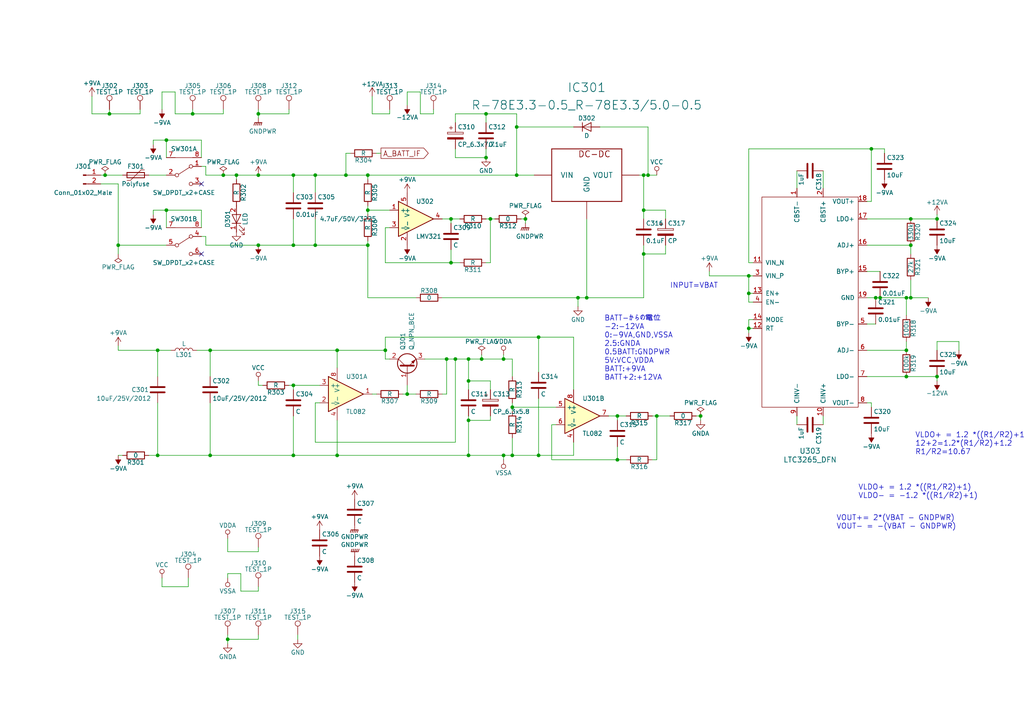
<source format=kicad_sch>
(kicad_sch (version 20211123) (generator eeschema)
  (paper "A4")
  (lib_symbols
    (symbol "kagura-rescue:+12VA" (power) (pin_names (offset 0))
      (property "Value" "+12VA" (at 0 3.556 0))
      (symbol "+12VA_1_1"
        (pin power_in line (at 0 0 90) (length 0) hide (name "+12VA") (number "1"))
      )
    )
    (symbol "kagura-rescue:+9VA" (power) (pin_names (offset 0))
      (property "Value" "+9VA" (at 0 3.81 0))
      (symbol "+9VA_1_1"
        (pin power_in line (at 0 0 90) (length 0) hide (name "+9VA") (number "1"))
      )
    )
    (symbol "kagura-rescue:-12VA" (power) (pin_names (offset 0))
      (property "Value" "-12VA" (at 0 3.556 0))
      (symbol "-12VA_0_0"
        (pin power_in line (at 0 0 90) (length 0) hide (name "-12VA") (number "1"))
      )
    )
    (symbol "kagura-rescue:-9VA" (power) (pin_names (offset 0))
      (property "Value" "-9VA" (at 0 3.81 0))
      (symbol "-9VA_1_1"
        (pin power_in line (at 0 0 90) (length 0) hide (name "-9VA") (number "1"))
      )
    )
    (symbol "kagura-rescue:C" (pin_numbers hide) (pin_names (offset 0.254))
      (property "Reference" "C" (at 0.635 2.54 0))
      (property "Value" "C" (at 0.635 -2.54 0))
      (symbol "C_1_1"
        (pin passive line (at 0 3.81 270) (length 2.794) (name "~") (number "1"))
        (pin passive line (at 0 -3.81 90) (length 2.794) (name "~") (number "2"))
      )
    )
    (symbol "kagura-rescue:CP" (pin_numbers hide) (pin_names (offset 0.254))
      (property "Reference" "C" (at 0.635 2.54 0))
      (property "Value" "CP" (at 0.635 -2.54 0))
      (symbol "CP_1_1"
        (pin passive line (at 0 3.81 270) (length 2.794) (name "~") (number "1"))
        (pin passive line (at 0 -3.81 90) (length 2.794) (name "~") (number "2"))
      )
    )
    (symbol "kagura-rescue:Conn_01x02_Male" (pin_names (offset 1.016) hide)
      (property "Reference" "J" (at 0 2.54 0))
      (property "Value" "Conn_01x02_Male" (at 0 -5.08 0))
      (symbol "Conn_01x02_Male_1_1"
        (pin passive line (at 5.08 0 180) (length 3.81) (name "Pin_1") (number "1"))
        (pin passive line (at 5.08 -2.54 180) (length 3.81) (name "Pin_2") (number "2"))
      )
    )
    (symbol "kagura-rescue:D" (pin_numbers hide) (pin_names (offset 1.016) hide)
      (property "Reference" "D" (at 0 2.54 0))
      (property "Value" "D" (at 0 -2.54 0))
      (symbol "D_1_1"
        (pin passive line (at -3.81 0 0) (length 2.54) (name "K") (number "1"))
        (pin passive line (at 3.81 0 180) (length 2.54) (name "A") (number "2"))
      )
    )
    (symbol "kagura-rescue:GND" (power) (pin_names (offset 0))
      (property "Value" "GND" (at 0 -3.81 0))
      (symbol "GND_1_1"
        (pin power_in line (at 0 0 270) (length 0) hide (name "GND") (number "1"))
      )
    )
    (symbol "kagura-rescue:GNDA" (power) (pin_names (offset 0))
      (property "Value" "GNDA" (at 0 -3.81 0))
      (symbol "GNDA_1_1"
        (pin power_in line (at 0 0 270) (length 0) hide (name "GNDA") (number "1"))
      )
    )
    (symbol "kagura-rescue:GNDPWR" (power) (pin_names (offset 0))
      (property "Value" "GNDPWR" (at 0 -3.302 0))
      (symbol "GNDPWR_1_1"
        (pin power_in line (at 0 0 90) (length 0) hide (name "GNDPWR") (number "1"))
      )
    )
    (symbol "kagura-rescue:L" (pin_numbers hide) (pin_names (offset 1.016) hide)
      (property "Reference" "L" (at -1.27 0 90))
      (property "Value" "L" (at 1.905 0 90))
      (symbol "L_1_1"
        (pin passive line (at 0 3.81 270) (length 1.27) (name "1") (number "1"))
        (pin passive line (at 0 -3.81 90) (length 1.27) (name "2") (number "2"))
      )
    )
    (symbol "kagura-rescue:LED" (pin_names (offset 1.016) hide)
      (property "Reference" "D" (at 0 2.54 0))
      (property "Value" "LED" (at 0 -2.54 0))
      (symbol "LED_1_1"
        (pin passive line (at -3.81 0 0) (length 2.54) (name "K") (number "1"))
        (pin passive line (at 3.81 0 180) (length 2.54) (name "A") (number "2"))
      )
    )
    (symbol "kagura-rescue:LMV321"
      (property "Reference" "U" (at 0 5.08 0))
      (property "Value" "LMV321" (at 0 -5.08 0))
      (symbol "LMV321_0_1"
        (pin power_in line (at -2.54 -7.62 90) (length 3.81) (name "V-") (number "2"))
        (pin power_in line (at -2.54 7.62 270) (length 3.81) (name "V+") (number "5"))
      )
      (symbol "LMV321_1_1"
        (pin input line (at -7.62 2.54 0) (length 2.54) (name "+") (number "1"))
        (pin input line (at -7.62 -2.54 0) (length 2.54) (name "-") (number "3"))
        (pin output line (at 7.62 0 180) (length 2.54) (name "~") (number "4"))
      )
    )
    (symbol "kagura-rescue:LTC3265_DFN" (pin_names (offset 1.016))
      (property "Reference" "U" (at 0 -44.45 0))
      (property "Value" "LTC3265_DFN" (at 0 -46.99 0))
      (symbol "LTC3265_DFN_1_1"
        (pin output line (at -3.81 31.75 270) (length 2.54) (name "CBST-") (number "1"))
        (pin output line (at 3.81 -34.29 90) (length 2.54) (name "CINV+") (number "10"))
        (pin power_in line (at -16.51 10.16 0) (length 2.54) (name "VIN_N") (number "11"))
        (pin input line (at -16.51 -8.89 0) (length 2.54) (name "RT") (number "12"))
        (pin input line (at -16.51 1.27 0) (length 2.54) (name "EN+") (number "13"))
        (pin input line (at -16.51 -6.35 0) (length 2.54) (name "MODE") (number "14"))
        (pin input line (at 16.51 7.62 180) (length 2.54) (name "BYP+") (number "15"))
        (pin input line (at 16.51 15.24 180) (length 2.54) (name "ADJ+") (number "16"))
        (pin power_out line (at 16.51 22.86 180) (length 2.54) (name "LDO+") (number "17"))
        (pin power_out line (at 16.51 27.94 180) (length 2.54) (name "VOUT+") (number "18"))
        (pin power_out line (at 16.51 0 180) (length 2.54) (name "GND") (number "19"))
        (pin output line (at 3.81 31.75 270) (length 2.54) (name "CBST+") (number "2"))
        (pin power_in line (at -16.51 6.35 0) (length 2.54) (name "VIN_P") (number "3"))
        (pin input line (at -16.51 -1.27 0) (length 2.54) (name "EN-") (number "4"))
        (pin input line (at 16.51 -7.62 180) (length 2.54) (name "BYP-") (number "5"))
        (pin input line (at 16.51 -15.24 180) (length 2.54) (name "ADJ-") (number "6"))
        (pin power_out line (at 16.51 -22.86 180) (length 2.54) (name "LDO-") (number "7"))
        (pin power_out line (at 16.51 -30.48 180) (length 2.54) (name "VOUT-") (number "8"))
        (pin output line (at -3.81 -34.29 90) (length 2.54) (name "CINV-") (number "9"))
      )
    )
    (symbol "kagura-rescue:PWR_FLAG" (power) (pin_numbers hide) (pin_names (offset 0) hide)
      (property "Value" "PWR_FLAG" (at 0 3.81 0))
      (symbol "PWR_FLAG_0_0"
        (pin power_out line (at 0 0 90) (length 0) (name "pwr") (number "1"))
      )
    )
    (symbol "kagura-rescue:Polyfuse" (pin_numbers hide) (pin_names (offset 0))
      (property "Reference" "F" (at -2.54 0 90))
      (property "Value" "Polyfuse" (at 2.54 0 90))
      (symbol "Polyfuse_1_1"
        (pin passive line (at 0 3.81 270) (length 1.27) (name "~") (number "1"))
        (pin passive line (at 0 -3.81 90) (length 1.27) (name "~") (number "2"))
      )
    )
    (symbol "kagura-rescue:Q_NPN_BCE" (pin_names (offset 0) hide)
      (property "Reference" "Q" (at 5.08 1.27 0))
      (property "Value" "Q_NPN_BCE" (at 5.08 -1.27 0))
      (symbol "Q_NPN_BCE_1_1"
        (pin input line (at -5.08 0 0) (length 5.715) (name "B") (number "1"))
        (pin passive line (at 2.54 5.08 270) (length 2.54) (name "C") (number "2"))
        (pin passive line (at 2.54 -5.08 90) (length 2.54) (name "E") (number "3"))
      )
    )
    (symbol "kagura-rescue:R" (pin_numbers hide) (pin_names (offset 0))
      (property "Reference" "R" (at 2.032 0 90))
      (property "Value" "R" (at 0 0 90))
      (symbol "R_1_1"
        (pin passive line (at 0 3.81 270) (length 1.27) (name "~") (number "1"))
        (pin passive line (at 0 -3.81 90) (length 1.27) (name "~") (number "2"))
      )
    )
    (symbol "kagura-rescue:R-78E3.3-0.5_R-78E3.3_5.0-0.5" (pin_names (offset 2.54))
      (property "Reference" "IC" (at 0 13.97 0))
      (property "Value" "R-78E3.3-0.5_R-78E3.3_5.0-0.5" (at 0 10.16 0))
      (symbol "R-78E3.3-0.5_R-78E3.3_5.0-0.5_0_0"
        (text "DC-DC" (at -2.54 5.08 0) (effects (font (size 1.778 1.778)) (justify left bottom)))
        (text "DC-DC" (at -2.54 5.08 0) (effects (font (size 1.778 1.778)) (justify left bottom)))
        (pin power_out line (at 15.24 0 180) (length 5.08) (name "VOUT") (number "1"))
        (pin power_out line (at 0 -12.7 90) (length 5.08) (name "GND") (number "2"))
        (pin power_in line (at -15.24 0 0) (length 5.08) (name "VIN") (number "3"))
      )
    )
    (symbol "kagura-rescue:SW_DPDT_x2+CASE" (pin_names (offset 0) hide)
      (property "Reference" "SW" (at 0 7.62 0))
      (property "Value" "SW_DPDT_x2+CASE" (at 0 -5.08 0))
      (symbol "SW_DPDT_x2+CASE_0_1"
        (pin passive line (at -5.08 5.08 0) (length 2.54) (name "CASE") (number "7"))
        (pin passive line (at 5.08 5.08 180) (length 2.54) (name "CASE") (number "8"))
      )
      (symbol "SW_DPDT_x2+CASE_1_1"
        (pin passive line (at 5.08 2.54 180) (length 2.54) (name "A") (number "1"))
        (pin passive line (at -5.08 0 0) (length 2.54) (name "B") (number "2"))
        (pin passive line (at 5.08 -2.54 180) (length 2.54) (name "C") (number "3"))
      )
      (symbol "SW_DPDT_x2+CASE_2_1"
        (pin passive line (at 5.08 2.54 180) (length 2.54) (name "A") (number "4"))
        (pin passive line (at -5.08 0 0) (length 2.54) (name "B") (number "5"))
        (pin passive line (at 5.08 -2.54 180) (length 2.54) (name "C") (number "6"))
      )
    )
    (symbol "kagura-rescue:TEST_1P" (pin_numbers hide) (pin_names (offset 0.762) hide)
      (property "Reference" "J" (at 0 6.858 0))
      (property "Value" "TEST_1P" (at 0 5.08 0))
      (symbol "TEST_1P_1_1"
        (pin passive line (at 0 0 90) (length 2.54) (name "1") (number "1"))
      )
    )
    (symbol "kagura-rescue:TL082"
      (property "Reference" "U" (at 0 5.08 0))
      (property "Value" "TL082" (at 0 -5.08 0))
      (symbol "TL082_0_1"
        (pin power_in line (at -2.54 -7.62 90) (length 3.81) (name "V-") (number "4"))
        (pin power_in line (at -2.54 7.62 270) (length 3.81) (name "V+") (number "8"))
      )
      (symbol "TL082_1_1"
        (pin output line (at 7.62 0 180) (length 2.54) (name "~") (number "1"))
        (pin input line (at -7.62 -2.54 0) (length 2.54) (name "-") (number "2"))
        (pin input line (at -7.62 2.54 0) (length 2.54) (name "+") (number "3"))
      )
      (symbol "TL082_2_1"
        (pin input line (at -7.62 2.54 0) (length 2.54) (name "+") (number "5"))
        (pin input line (at -7.62 -2.54 0) (length 2.54) (name "-") (number "6"))
        (pin output line (at 7.62 0 180) (length 2.54) (name "~") (number "7"))
      )
    )
    (symbol "kagura-rescue:VCC" (power) (pin_names (offset 0))
      (property "Value" "VCC" (at 0 3.81 0))
      (symbol "VCC_1_1"
        (pin power_in line (at 0 0 90) (length 0) hide (name "VCC") (number "1"))
      )
    )
    (symbol "kagura-rescue:VDDA" (power) (pin_names (offset 0))
      (property "Value" "VDDA" (at 0 3.81 0))
      (symbol "VDDA_1_1"
        (pin power_in line (at 0 0 90) (length 0) hide (name "VDDA") (number "1"))
      )
    )
    (symbol "kagura-rescue:VSSA" (power) (pin_names (offset 0))
      (property "Value" "VSSA" (at 0 3.81 0))
      (symbol "VSSA_1_1"
        (pin power_in line (at 0 0 90) (length 0) hide (name "VSSA") (number "1"))
      )
    )
  )
  (junction (at 118.11 114.3))
  (junction (at 252.73 43.18))
  (junction (at 130.81 63.5))
  (junction (at 111.76 101.6))
  (junction (at 190.5 120.65))
  (junction (at 97.79 132.08))
  (junction (at 149.86 50.8))
  (junction (at 135.89 121.92))
  (junction (at 254 86.36))
  (junction (at 48.26 60.96))
  (junction (at 74.93 33.02))
  (junction (at 135.89 104.14))
  (junction (at 85.09 132.08))
  (junction (at 74.93 50.8))
  (junction (at 149.86 36.83))
  (junction (at 129.54 104.14))
  (junction (at 186.69 50.8))
  (junction (at 64.77 50.8))
  (junction (at 135.89 110.49))
  (junction (at 31.75 33.02))
  (junction (at 187.96 50.8))
  (junction (at 142.24 63.5))
  (junction (at 167.64 86.36))
  (junction (at 217.17 95.25))
  (junction (at 186.69 73.66))
  (junction (at 140.97 45.72))
  (junction (at 45.72 132.08))
  (junction (at 179.07 133.35))
  (junction (at 48.26 40.64))
  (junction (at 132.08 104.14))
  (junction (at 264.16 63.5))
  (junction (at 170.18 86.36))
  (junction (at 106.68 50.8))
  (junction (at 146.05 132.08))
  (junction (at 100.33 50.8))
  (junction (at 45.72 101.6))
  (junction (at 97.79 101.6))
  (junction (at 271.78 63.5))
  (junction (at 271.78 109.22))
  (junction (at 30.48 50.8))
  (junction (at 106.68 60.96))
  (junction (at 217.17 85.09))
  (junction (at 74.93 71.12))
  (junction (at 34.29 71.12))
  (junction (at 262.89 109.22))
  (junction (at 60.96 101.6))
  (junction (at 135.89 132.08))
  (junction (at 264.16 86.36))
  (junction (at 60.96 132.08))
  (junction (at 152.4 63.5))
  (junction (at 85.09 71.12))
  (junction (at 148.59 132.08))
  (junction (at 262.89 101.6))
  (junction (at 130.81 76.2))
  (junction (at 85.09 50.8))
  (junction (at 148.59 118.11))
  (junction (at 146.05 104.14))
  (junction (at 91.44 50.8))
  (junction (at 156.21 97.79))
  (junction (at 186.69 60.96))
  (junction (at 262.89 86.36))
  (junction (at 139.7 104.14))
  (junction (at 66.04 185.42))
  (junction (at 55.88 33.02))
  (junction (at 264.16 71.12))
  (junction (at 106.68 71.12))
  (junction (at 179.07 120.65))
  (junction (at 217.17 80.01))
  (junction (at 156.21 132.08))
  (junction (at 68.58 50.8))
  (junction (at 255.27 86.36))
  (junction (at 203.2 120.65))
  (junction (at 140.97 33.02))
  (junction (at 85.09 111.76))
  (junction (at 91.44 71.12))
  (no_connect (at 58.42 53.34))
  (no_connect (at 58.42 73.66))
  (wire (pts (xy 30.48 50.8) (xy 35.56 50.8)))
  (wire (pts (xy 66.04 156.21) (xy 66.04 160.02)))
  (wire (pts (xy 31.75 33.02) (xy 31.75 31.75)))
  (wire (pts (xy 146.05 104.14) (xy 148.59 104.14)))
  (wire (pts (xy 46.99 26.67) (xy 50.8 26.67)))
  (wire (pts (xy 278.13 101.6) (xy 278.13 99.06)))
  (wire (pts (xy 170.18 86.36) (xy 170.18 63.5)))
  (wire (pts (xy 132.08 45.72) (xy 132.08 43.18)))
  (wire (pts (xy 190.5 133.35) (xy 189.23 133.35)))
  (wire (pts (xy 55.88 33.02) (xy 64.77 33.02)))
  (wire (pts (xy 217.17 43.18) (xy 217.17 76.2)))
  (wire (pts (xy 44.45 41.91) (xy 44.45 40.64)))
  (wire (pts (xy 278.13 99.06) (xy 271.78 99.06)))
  (wire (pts (xy 60.96 132.08) (xy 85.09 132.08)))
  (wire (pts (xy 148.59 104.14) (xy 148.59 109.22)))
  (wire (pts (xy 264.16 86.36) (xy 269.24 86.36)))
  (wire (pts (xy 190.5 120.65) (xy 190.5 133.35)))
  (wire (pts (xy 142.24 121.92) (xy 142.24 120.65)))
  (wire (pts (xy 149.86 50.8) (xy 154.94 50.8)))
  (wire (pts (xy 91.44 71.12) (xy 106.68 71.12)))
  (wire (pts (xy 106.68 71.12) (xy 106.68 86.36)))
  (wire (pts (xy 86.36 185.42) (xy 86.36 184.15)))
  (wire (pts (xy 34.29 53.34) (xy 29.21 53.34)))
  (wire (pts (xy 148.59 118.11) (xy 161.29 118.11)))
  (wire (pts (xy 217.17 87.63) (xy 218.44 87.63)))
  (wire (pts (xy 85.09 113.03) (xy 85.09 111.76)))
  (wire (pts (xy 91.44 128.27) (xy 91.44 116.84)))
  (wire (pts (xy 45.72 116.84) (xy 45.72 132.08)))
  (wire (pts (xy 55.88 33.02) (xy 55.88 31.75)))
  (wire (pts (xy 110.49 44.45) (xy 109.22 44.45)))
  (wire (pts (xy 85.09 71.12) (xy 91.44 71.12)))
  (wire (pts (xy 111.76 97.79) (xy 156.21 97.79)))
  (wire (pts (xy 74.93 71.12) (xy 85.09 71.12)))
  (wire (pts (xy 132.08 35.56) (xy 132.08 33.02)))
  (wire (pts (xy 113.03 60.96) (xy 106.68 60.96)))
  (wire (pts (xy 74.93 50.8) (xy 85.09 50.8)))
  (wire (pts (xy 66.04 160.02) (xy 74.93 160.02)))
  (wire (pts (xy 189.23 120.65) (xy 190.5 120.65)))
  (wire (pts (xy 60.96 132.08) (xy 60.96 116.84)))
  (wire (pts (xy 251.46 86.36) (xy 254 86.36)))
  (wire (pts (xy 217.17 92.71) (xy 217.17 95.25)))
  (wire (pts (xy 152.4 63.5) (xy 151.13 63.5)))
  (wire (pts (xy 45.72 101.6) (xy 49.53 101.6)))
  (wire (pts (xy 190.5 120.65) (xy 194.31 120.65)))
  (wire (pts (xy 186.69 60.96) (xy 186.69 63.5)))
  (wire (pts (xy 185.42 50.8) (xy 186.69 50.8)))
  (wire (pts (xy 66.04 185.42) (xy 66.04 186.69)))
  (wire (pts (xy 170.18 86.36) (xy 167.64 86.36)))
  (wire (pts (xy 264.16 63.5) (xy 271.78 63.5)))
  (wire (pts (xy 135.89 121.92) (xy 135.89 120.65)))
  (wire (pts (xy 142.24 110.49) (xy 142.24 113.03)))
  (wire (pts (xy 50.8 26.67) (xy 50.8 33.02)))
  (wire (pts (xy 217.17 43.18) (xy 252.73 43.18)))
  (wire (pts (xy 118.11 114.3) (xy 120.65 114.3)))
  (wire (pts (xy 132.08 45.72) (xy 140.97 45.72)))
  (wire (pts (xy 148.59 132.08) (xy 156.21 132.08)))
  (wire (pts (xy 111.76 66.04) (xy 113.03 66.04)))
  (wire (pts (xy 129.54 104.14) (xy 132.08 104.14)))
  (wire (pts (xy 252.73 43.18) (xy 252.73 58.42)))
  (wire (pts (xy 135.89 132.08) (xy 146.05 132.08)))
  (wire (pts (xy 60.96 101.6) (xy 97.79 101.6)))
  (wire (pts (xy 217.17 85.09) (xy 217.17 87.63)))
  (wire (pts (xy 140.97 45.72) (xy 140.97 43.18)))
  (wire (pts (xy 135.89 104.14) (xy 135.89 110.49)))
  (wire (pts (xy 146.05 132.08) (xy 148.59 132.08)))
  (wire (pts (xy 217.17 95.25) (xy 217.17 96.52)))
  (wire (pts (xy 130.81 64.77) (xy 130.81 63.5)))
  (wire (pts (xy 193.04 73.66) (xy 193.04 71.12)))
  (wire (pts (xy 262.89 109.22) (xy 271.78 109.22)))
  (wire (pts (xy 130.81 76.2) (xy 133.35 76.2)))
  (wire (pts (xy 217.17 95.25) (xy 218.44 95.25)))
  (wire (pts (xy 167.64 86.36) (xy 128.27 86.36)))
  (wire (pts (xy 48.26 40.64) (xy 58.42 40.64)))
  (wire (pts (xy 262.89 86.36) (xy 264.16 86.36)))
  (wire (pts (xy 59.69 48.26) (xy 59.69 50.8)))
  (wire (pts (xy 83.82 33.02) (xy 83.82 31.75)))
  (wire (pts (xy 142.24 76.2) (xy 140.97 76.2)))
  (wire (pts (xy 68.58 52.07) (xy 68.58 50.8)))
  (wire (pts (xy 193.04 60.96) (xy 186.69 60.96)))
  (wire (pts (xy 179.07 133.35) (xy 181.61 133.35)))
  (wire (pts (xy 218.44 92.71) (xy 217.17 92.71)))
  (wire (pts (xy 59.69 50.8) (xy 64.77 50.8)))
  (wire (pts (xy 116.84 114.3) (xy 118.11 114.3)))
  (wire (pts (xy 186.69 50.8) (xy 187.96 50.8)))
  (wire (pts (xy 43.18 132.08) (xy 45.72 132.08)))
  (wire (pts (xy 160.02 123.19) (xy 161.29 123.19)))
  (wire (pts (xy 203.2 121.92) (xy 203.2 120.65)))
  (wire (pts (xy 74.93 110.49) (xy 74.93 111.76)))
  (wire (pts (xy 262.89 86.36) (xy 262.89 91.44)))
  (wire (pts (xy 262.89 99.06) (xy 262.89 101.6)))
  (wire (pts (xy 58.42 68.58) (xy 59.69 68.58)))
  (wire (pts (xy 59.69 71.12) (xy 74.93 71.12)))
  (wire (pts (xy 148.59 132.08) (xy 148.59 127)))
  (wire (pts (xy 31.75 33.02) (xy 40.64 33.02)))
  (wire (pts (xy 231.14 123.19) (xy 231.14 120.65)))
  (wire (pts (xy 176.53 120.65) (xy 179.07 120.65)))
  (wire (pts (xy 254 86.36) (xy 255.27 86.36)))
  (wire (pts (xy 48.26 60.96) (xy 48.26 66.04)))
  (wire (pts (xy 34.29 100.33) (xy 34.29 101.6)))
  (wire (pts (xy 48.26 60.96) (xy 58.42 60.96)))
  (wire (pts (xy 231.14 49.53) (xy 231.14 54.61)))
  (wire (pts (xy 205.74 78.74) (xy 205.74 80.01)))
  (wire (pts (xy 100.33 50.8) (xy 106.68 50.8)))
  (wire (pts (xy 34.29 53.34) (xy 34.29 71.12)))
  (wire (pts (xy 187.96 50.8) (xy 190.5 50.8)))
  (wire (pts (xy 66.04 184.15) (xy 66.04 185.42)))
  (wire (pts (xy 34.29 101.6) (xy 45.72 101.6)))
  (wire (pts (xy 97.79 132.08) (xy 135.89 132.08)))
  (wire (pts (xy 156.21 132.08) (xy 166.37 132.08)))
  (wire (pts (xy 252.73 43.18) (xy 256.54 43.18)))
  (wire (pts (xy 238.76 123.19) (xy 238.76 120.65)))
  (wire (pts (xy 64.77 33.02) (xy 64.77 31.75)))
  (wire (pts (xy 130.81 76.2) (xy 130.81 72.39)))
  (wire (pts (xy 106.68 86.36) (xy 120.65 86.36)))
  (wire (pts (xy 129.54 114.3) (xy 129.54 104.14)))
  (wire (pts (xy 58.42 60.96) (xy 58.42 66.04)))
  (wire (pts (xy 252.73 118.11) (xy 252.73 116.84)))
  (wire (pts (xy 149.86 33.02) (xy 149.86 36.83)))
  (wire (pts (xy 166.37 36.83) (xy 149.86 36.83)))
  (wire (pts (xy 255.27 86.36) (xy 262.89 86.36)))
  (wire (pts (xy 106.68 59.69) (xy 106.68 60.96)))
  (wire (pts (xy 142.24 110.49) (xy 135.89 110.49)))
  (wire (pts (xy 101.6 44.45) (xy 100.33 44.45)))
  (wire (pts (xy 135.89 104.14) (xy 139.7 104.14)))
  (wire (pts (xy 186.69 73.66) (xy 186.69 86.36)))
  (wire (pts (xy 85.09 111.76) (xy 92.71 111.76)))
  (wire (pts (xy 156.21 115.57) (xy 156.21 132.08)))
  (wire (pts (xy 58.42 48.26) (xy 59.69 48.26)))
  (wire (pts (xy 97.79 101.6) (xy 97.79 106.68)))
  (wire (pts (xy 48.26 50.8) (xy 43.18 50.8)))
  (wire (pts (xy 54.61 170.18) (xy 54.61 167.64)))
  (wire (pts (xy 109.22 114.3) (xy 107.95 114.3)))
  (wire (pts (xy 128.27 63.5) (xy 130.81 63.5)))
  (wire (pts (xy 251.46 109.22) (xy 262.89 109.22)))
  (wire (pts (xy 132.08 104.14) (xy 135.89 104.14)))
  (wire (pts (xy 44.45 60.96) (xy 48.26 60.96)))
  (wire (pts (xy 264.16 86.36) (xy 264.16 81.28)))
  (wire (pts (xy 218.44 85.09) (xy 217.17 85.09)))
  (wire (pts (xy 64.77 50.8) (xy 68.58 50.8)))
  (wire (pts (xy 97.79 121.92) (xy 97.79 132.08)))
  (wire (pts (xy 74.93 33.02) (xy 83.82 33.02)))
  (wire (pts (xy 118.11 26.67) (xy 121.92 26.67)))
  (wire (pts (xy 264.16 71.12) (xy 264.16 73.66)))
  (wire (pts (xy 132.08 104.14) (xy 132.08 128.27)))
  (wire (pts (xy 193.04 63.5) (xy 193.04 60.96)))
  (wire (pts (xy 186.69 50.8) (xy 186.69 60.96)))
  (wire (pts (xy 238.76 54.61) (xy 238.76 49.53)))
  (wire (pts (xy 26.67 27.94) (xy 26.67 33.02)))
  (wire (pts (xy 217.17 80.01) (xy 217.17 85.09)))
  (wire (pts (xy 66.04 185.42) (xy 74.93 185.42)))
  (wire (pts (xy 262.89 101.6) (xy 251.46 101.6)))
  (wire (pts (xy 148.59 118.11) (xy 148.59 119.38)))
  (wire (pts (xy 74.93 171.45) (xy 74.93 170.18)))
  (wire (pts (xy 252.73 116.84) (xy 251.46 116.84)))
  (wire (pts (xy 44.45 62.23) (xy 44.45 60.96)))
  (wire (pts (xy 135.89 121.92) (xy 142.24 121.92)))
  (wire (pts (xy 85.09 63.5) (xy 85.09 71.12)))
  (wire (pts (xy 85.09 132.08) (xy 97.79 132.08)))
  (wire (pts (xy 217.17 76.2) (xy 218.44 76.2)))
  (wire (pts (xy 135.89 132.08) (xy 135.89 121.92)))
  (wire (pts (xy 106.68 60.96) (xy 106.68 62.23)))
  (wire (pts (xy 256.54 43.18) (xy 256.54 44.45)))
  (wire (pts (xy 121.92 26.67) (xy 121.92 33.02)))
  (wire (pts (xy 29.21 50.8) (xy 30.48 50.8)))
  (wire (pts (xy 205.74 80.01) (xy 217.17 80.01)))
  (wire (pts (xy 255.27 78.74) (xy 251.46 78.74)))
  (wire (pts (xy 186.69 71.12) (xy 186.69 73.66)))
  (wire (pts (xy 166.37 97.79) (xy 166.37 113.03)))
  (wire (pts (xy 156.21 107.95) (xy 156.21 97.79)))
  (wire (pts (xy 85.09 50.8) (xy 91.44 50.8)))
  (wire (pts (xy 186.69 86.36) (xy 170.18 86.36)))
  (wire (pts (xy 167.64 88.9) (xy 167.64 86.36)))
  (wire (pts (xy 58.42 40.64) (xy 58.42 45.72)))
  (wire (pts (xy 271.78 99.06) (xy 271.78 101.6)))
  (wire (pts (xy 106.68 52.07) (xy 106.68 50.8)))
  (wire (pts (xy 146.05 104.14) (xy 146.05 102.87)))
  (wire (pts (xy 132.08 128.27) (xy 91.44 128.27)))
  (wire (pts (xy 46.99 31.75) (xy 46.99 26.67)))
  (wire (pts (xy 106.68 69.85) (xy 106.68 71.12)))
  (wire (pts (xy 100.33 44.45) (xy 100.33 50.8)))
  (wire (pts (xy 85.09 50.8) (xy 85.09 55.88)))
  (wire (pts (xy 111.76 76.2) (xy 130.81 76.2)))
  (wire (pts (xy 48.26 40.64) (xy 48.26 45.72)))
  (wire (pts (xy 140.97 33.02) (xy 149.86 33.02)))
  (wire (pts (xy 111.76 97.79) (xy 111.76 101.6)))
  (wire (pts (xy 107.95 33.02) (xy 113.03 33.02)))
  (wire (pts (xy 34.29 71.12) (xy 48.26 71.12)))
  (wire (pts (xy 251.46 71.12) (xy 264.16 71.12)))
  (wire (pts (xy 74.93 185.42) (xy 74.93 184.15)))
  (wire (pts (xy 74.93 111.76) (xy 76.2 111.76)))
  (wire (pts (xy 97.79 101.6) (xy 111.76 101.6)))
  (wire (pts (xy 74.93 160.02) (xy 74.93 158.75)))
  (wire (pts (xy 45.72 132.08) (xy 60.96 132.08)))
  (wire (pts (xy 83.82 111.76) (xy 85.09 111.76)))
  (wire (pts (xy 34.29 71.12) (xy 34.29 73.66)))
  (wire (pts (xy 125.73 33.02) (xy 125.73 31.75)))
  (wire (pts (xy 186.69 73.66) (xy 193.04 73.66)))
  (wire (pts (xy 91.44 63.5) (xy 91.44 71.12)))
  (wire (pts (xy 74.93 31.75) (xy 74.93 33.02)))
  (wire (pts (xy 146.05 133.35) (xy 146.05 132.08)))
  (wire (pts (xy 142.24 63.5) (xy 142.24 76.2)))
  (wire (pts (xy 92.71 116.84) (xy 91.44 116.84)))
  (wire (pts (xy 35.56 132.08) (xy 34.29 132.08)))
  (wire (pts (xy 142.24 63.5) (xy 143.51 63.5)))
  (wire (pts (xy 46.99 167.64) (xy 46.99 170.18)))
  (wire (pts (xy 217.17 80.01) (xy 218.44 80.01)))
  (wire (pts (xy 187.96 50.8) (xy 187.96 36.83)))
  (wire (pts (xy 85.09 120.65) (xy 85.09 132.08)))
  (wire (pts (xy 130.81 63.5) (xy 133.35 63.5)))
  (wire (pts (xy 68.58 50.8) (xy 74.93 50.8)))
  (wire (pts (xy 45.72 101.6) (xy 45.72 109.22)))
  (wire (pts (xy 118.11 30.48) (xy 118.11 26.67)))
  (wire (pts (xy 140.97 33.02) (xy 140.97 35.56)))
  (wire (pts (xy 140.97 63.5) (xy 142.24 63.5)))
  (wire (pts (xy 160.02 133.35) (xy 179.07 133.35)))
  (wire (pts (xy 106.68 50.8) (xy 149.86 50.8)))
  (wire (pts (xy 251.46 63.5) (xy 264.16 63.5)))
  (wire (pts (xy 69.85 171.45) (xy 74.93 171.45)))
  (wire (pts (xy 152.4 64.77) (xy 152.4 63.5)))
  (wire (pts (xy 203.2 120.65) (xy 201.93 120.65)))
  (wire (pts (xy 179.07 120.65) (xy 181.61 120.65)))
  (wire (pts (xy 271.78 109.22) (xy 271.78 110.49)))
  (wire (pts (xy 139.7 104.14) (xy 146.05 104.14)))
  (wire (pts (xy 111.76 104.14) (xy 113.03 104.14)))
  (wire (pts (xy 148.59 116.84) (xy 148.59 118.11)))
  (wire (pts (xy 111.76 76.2) (xy 111.76 66.04)))
  (wire (pts (xy 135.89 110.49) (xy 135.89 113.03)))
  (wire (pts (xy 57.15 101.6) (xy 60.96 101.6)))
  (wire (pts (xy 118.11 114.3) (xy 118.11 111.76)))
  (wire (pts (xy 46.99 170.18) (xy 54.61 170.18)))
  (wire (pts (xy 139.7 104.14) (xy 139.7 102.87)))
  (wire (pts (xy 113.03 33.02) (xy 113.03 31.75)))
  (wire (pts (xy 252.73 58.42) (xy 251.46 58.42)))
  (wire (pts (xy 60.96 101.6) (xy 60.96 109.22)))
  (wire (pts (xy 66.04 166.37) (xy 69.85 166.37)))
  (wire (pts (xy 149.86 36.83) (xy 149.86 50.8)))
  (wire (pts (xy 179.07 121.92) (xy 179.07 120.65)))
  (wire (pts (xy 121.92 33.02) (xy 125.73 33.02)))
  (wire (pts (xy 50.8 33.02) (xy 55.88 33.02)))
  (wire (pts (xy 26.67 33.02) (xy 31.75 33.02)))
  (wire (pts (xy 44.45 40.64) (xy 48.26 40.64)))
  (wire (pts (xy 107.95 27.94) (xy 107.95 33.02)))
  (wire (pts (xy 91.44 50.8) (xy 100.33 50.8)))
  (wire (pts (xy 156.21 97.79) (xy 166.37 97.79)))
  (wire (pts (xy 128.27 114.3) (xy 129.54 114.3)))
  (wire (pts (xy 91.44 55.88) (xy 91.44 50.8)))
  (wire (pts (xy 74.93 33.02) (xy 74.93 34.29)))
  (wire (pts (xy 132.08 33.02) (xy 140.97 33.02)))
  (wire (pts (xy 187.96 36.83) (xy 173.99 36.83)))
  (wire (pts (xy 271.78 63.5) (xy 271.78 62.23)))
  (wire (pts (xy 66.04 167.64) (xy 66.04 166.37)))
  (wire (pts (xy 166.37 132.08) (xy 166.37 128.27)))
  (wire (pts (xy 69.85 166.37) (xy 69.85 171.45)))
  (wire (pts (xy 160.02 133.35) (xy 160.02 123.19)))
  (wire (pts (xy 251.46 93.98) (xy 254 93.98)))
  (wire (pts (xy 123.19 104.14) (xy 129.54 104.14)))
  (wire (pts (xy 111.76 101.6) (xy 111.76 104.14)))
  (wire (pts (xy 179.07 133.35) (xy 179.07 129.54)))
  (wire (pts (xy 59.69 68.58) (xy 59.69 71.12)))
  (wire (pts (xy 40.64 33.02) (xy 40.64 31.75)))
  (text "VOUT+= 2*(VBAT - GNDPWR)\nVOUT- = -(VBAT - GNDPWR)" (at 242.57 153.67 0) (effects (font (size 1.524 1.524)) (justify left bottom)))
  (text "INPUT=VBAT" (at 194.31 83.82 0) (effects (font (size 1.524 1.524)) (justify left bottom)))
  (text "VLDO+ = 1.2 *((R1/R2)+1)\n12+2=1.2*(R1/R2)+1.2\nR1/R2=10.67" (at 265.43 132.08 0) (effects (font (size 1.524 1.524)) (justify left bottom)))
  (text "BATT-からの電位\n-2:-12VA\n0:-9VA,GND,VSSA\n2.5:GNDA\n0.5BATT:GNDPWR\n5V:VCC,VDDA\nBATT:+9VA\nBATT+2:+12VA\n" (at 175.26 110.49 0) (effects (font (size 1.524 1.524)) (justify left bottom)))
  (text "VLDO+ = 1.2 *((R1/R2)+1)\nVLDO- = -1.2 *((R1/R2)+1)" (at 248.92 144.78 0) (effects (font (size 1.524 1.524)) (justify left bottom)))
  (global_label "A_BATT_IF" (shape output) (at 110.49 44.45 0) (effects (font (size 1.524 1.524))) (property "Intersheet References" "${INTERSHEET_REFS}" (effects hide)))
  (symbol (lib_id "kagura-rescue:Conn_01x02_Male") (at 24.13 50.8 0) (unit 1)
    (property "Reference" "J301" (at 24.13 48.26 0))
    (property "Value" "Conn_01x02_Male" (at 24.13 55.88 0))
    (property "Footprint" "org_con:TR_Mini2P_BAT" (effects hide))
  )
  (symbol (lib_id "kagura-rescue:Polyfuse") (at 39.37 50.8 270) (unit 1)
    (property "Reference" "F301" (at 39.37 48.26 90))
    (property "Value" "Polyfuse" (at 39.37 53.34 90))
    (property "Footprint" "Fuse_Holders_and_Fuses:Fuse_SMD2920" (effects hide))
  )
  (symbol (lib_id "kagura-rescue:PWR_FLAG") (at 64.77 50.8 0) (unit 1)
    (property "Reference" "#FLG0218" (effects hide))
    (property "Value" "PWR_FLAG" (at 64.77 46.99 0))
  )
  (symbol (lib_id "kagura-rescue:GNDPWR") (at 152.4 64.77 0) (unit 1)
    (property "Reference" "#PWR0219" (effects hide))
    (property "Value" "GNDPWR" (at 153.67 68.58 0))
  )
  (symbol (lib_id "kagura-rescue:-9VA") (at 74.93 71.12 180) (unit 1)
    (property "Reference" "#PWR0220" (effects hide))
    (property "Value" "-9VA" (at 74.93 74.93 0))
  )
  (symbol (lib_id "kagura-rescue:+9VA") (at 74.93 50.8 0) (unit 1)
    (property "Reference" "#PWR0221" (effects hide))
    (property "Value" "+9VA" (at 74.93 46.99 0))
  )
  (symbol (lib_id "kagura-rescue:CP") (at 132.08 39.37 0) (unit 1)
    (property "Reference" "C310" (at 132.715 36.83 0) (effects (justify left)))
    (property "Value" "CP_6.3x7.7" (at 132.715 41.91 0) (effects (justify left)))
    (property "Footprint" "Capacitors_SMD:CP_Elec_6.3x7.7" (effects hide))
  )
  (symbol (lib_id "kagura-rescue:R") (at 68.58 55.88 0) (unit 1)
    (property "Reference" "R302" (at 70.612 55.88 90))
    (property "Value" "R" (at 68.58 55.88 90))
    (property "Footprint" "Resistors_SMD:R_0603_HandSoldering" (effects hide))
  )
  (symbol (lib_id "kagura-rescue:LED") (at 68.58 63.5 90) (unit 1)
    (property "Reference" "D301" (at 66.04 63.5 0))
    (property "Value" "LED" (at 71.12 63.5 0))
    (property "Footprint" "LEDs:LED_0603_HandSoldering" (effects hide))
  )
  (symbol (lib_id "kagura-rescue:C") (at 91.44 59.69 0) (unit 1)
    (property "Reference" "C305" (at 92.075 57.15 0) (effects (justify left)))
    (property "Value" "4.7uF/50V/3225" (at 92.71 63.5 0) (effects (justify left)))
    (property "Footprint" "Capacitors_SMD:C_1812" (effects hide))
  )
  (symbol (lib_id "kagura-rescue:C") (at 140.97 39.37 0) (unit 1)
    (property "Reference" "C312" (at 141.605 36.83 0) (effects (justify left)))
    (property "Value" "0.1uF" (at 141.605 41.91 0) (effects (justify left)))
    (property "Footprint" "Capacitors_SMD:C_0402_NoSilk" (effects hide))
  )
  (symbol (lib_id "kagura-rescue:R") (at 105.41 44.45 270) (unit 1)
    (property "Reference" "R304" (at 105.41 46.482 90))
    (property "Value" "R" (at 105.41 44.45 90))
    (property "Footprint" "Resistors_SMD:R_0603_HandSoldering" (effects hide))
  )
  (symbol (lib_id "kagura-rescue:R-78E3.3-0.5_R-78E3.3_5.0-0.5") (at 170.18 50.8 0) (unit 1)
    (property "Reference" "IC301" (at 170.18 25.4 0) (effects (font (size 2.54 2.54))))
    (property "Value" "R-78E3.3-0.5_R-78E3.3/5.0-0.5" (at 170.18 30.48 0) (effects (font (size 2.54 2.54))))
    (property "Footprint" "org_aki:M78AR-1" (effects hide))
  )
  (symbol (lib_id "kagura-rescue:R") (at 137.16 63.5 270) (unit 1)
    (property "Reference" "R310" (at 137.16 65.532 90))
    (property "Value" "R" (at 137.16 63.5 90))
    (property "Footprint" "Resistors_SMD:R_0603_HandSoldering" (effects hide))
  )
  (symbol (lib_id "kagura-rescue:C") (at 130.81 68.58 0) (unit 1)
    (property "Reference" "C309" (at 131.445 66.04 0) (effects (justify left)))
    (property "Value" "C" (at 131.445 71.12 0) (effects (justify left)))
    (property "Footprint" "Capacitors_SMD:C_0603_HandSoldering" (effects hide))
  )
  (symbol (lib_id "kagura-rescue:R") (at 137.16 76.2 270) (unit 1)
    (property "Reference" "R311" (at 137.16 78.232 90))
    (property "Value" "R" (at 137.16 76.2 90))
    (property "Footprint" "Resistors_SMD:R_0603_HandSoldering" (effects hide))
  )
  (symbol (lib_id "kagura-rescue:R") (at 106.68 55.88 0) (unit 1)
    (property "Reference" "R305" (at 108.712 55.88 90))
    (property "Value" "R" (at 106.68 55.88 90))
    (property "Footprint" "Resistors_SMD:R_0603_HandSoldering" (effects hide))
  )
  (symbol (lib_id "kagura-rescue:R") (at 106.68 66.04 0) (unit 1)
    (property "Reference" "R306" (at 108.712 66.04 90))
    (property "Value" "R" (at 106.68 66.04 90))
    (property "Footprint" "Resistors_SMD:R_0603_HandSoldering" (effects hide))
  )
  (symbol (lib_id "kagura-rescue:R") (at 185.42 120.65 270) (unit 1)
    (property "Reference" "R315" (at 185.42 122.682 90))
    (property "Value" "R" (at 185.42 120.65 90))
    (property "Footprint" "Resistors_SMD:R_0603_HandSoldering" (effects hide))
  )
  (symbol (lib_id "kagura-rescue:C") (at 179.07 125.73 0) (unit 1)
    (property "Reference" "C315" (at 179.705 123.19 0) (effects (justify left)))
    (property "Value" "C" (at 179.705 128.27 0) (effects (justify left)))
    (property "Footprint" "Capacitors_SMD:C_0603_HandSoldering" (effects hide))
  )
  (symbol (lib_id "kagura-rescue:R") (at 185.42 133.35 270) (unit 1)
    (property "Reference" "R316" (at 185.42 135.382 90))
    (property "Value" "R" (at 185.42 133.35 90))
    (property "Footprint" "Resistors_SMD:R_0603_HandSoldering" (effects hide))
  )
  (symbol (lib_id "kagura-rescue:R") (at 148.59 113.03 0) (unit 1)
    (property "Reference" "R313" (at 150.622 113.03 90))
    (property "Value" "R" (at 148.59 113.03 90))
    (property "Footprint" "Resistors_SMD:R_0603_HandSoldering" (effects hide))
  )
  (symbol (lib_id "kagura-rescue:R") (at 148.59 123.19 0) (unit 1)
    (property "Reference" "R314" (at 150.622 123.19 90))
    (property "Value" "R" (at 148.59 123.19 90))
    (property "Footprint" "Resistors_SMD:R_0603_HandSoldering" (effects hide))
  )
  (symbol (lib_id "kagura-rescue:R") (at 124.46 86.36 90) (unit 1)
    (property "Reference" "R308" (at 124.46 84.328 90))
    (property "Value" "0" (at 124.46 86.36 90))
    (property "Footprint" "Resistors_SMD:R_0402_NoSilk" (effects hide))
  )
  (symbol (lib_id "kagura-rescue:R") (at 147.32 63.5 270) (unit 1)
    (property "Reference" "R312" (at 147.32 65.532 90))
    (property "Value" "0" (at 147.32 63.5 90))
    (property "Footprint" "Resistors_SMD:R_0402_NoSilk" (effects hide))
  )
  (symbol (lib_id "kagura-rescue:GND") (at 167.64 88.9 0) (unit 1)
    (property "Reference" "#PWR0222" (effects hide))
    (property "Value" "GND" (at 167.64 92.71 0))
  )
  (symbol (lib_id "kagura-rescue:CP") (at 193.04 67.31 0) (unit 1)
    (property "Reference" "C317" (at 193.675 64.77 0) (effects (justify left)))
    (property "Value" "CP" (at 193.675 69.85 0) (effects (justify left)))
    (property "Footprint" "Capacitors_SMD:CP_Elec_6.3x5.8" (effects hide))
  )
  (symbol (lib_id "kagura-rescue:C") (at 186.69 67.31 0) (unit 1)
    (property "Reference" "C316" (at 187.325 64.77 0) (effects (justify left)))
    (property "Value" "0.1uF" (at 187.325 69.85 0) (effects (justify left)))
    (property "Footprint" "Capacitors_SMD:C_0402_NoSilk" (effects hide))
  )
  (symbol (lib_id "kagura-rescue:C") (at 60.96 113.03 0) (unit 1)
    (property "Reference" "C302" (at 61.595 110.49 0) (effects (justify left)))
    (property "Value" "10uF/25V/2012" (at 61.595 115.57 0) (effects (justify left)))
    (property "Footprint" "Capacitors_SMD:C_0805_HandSoldering" (effects hide))
  )
  (symbol (lib_id "kagura-rescue:VCC") (at 190.5 50.8 0) (unit 1)
    (property "Reference" "#PWR0223" (effects hide))
    (property "Value" "VCC" (at 190.5 46.99 0))
  )
  (symbol (lib_id "kagura-rescue:VCC") (at 74.93 110.49 0) (unit 1)
    (property "Reference" "#PWR0224" (effects hide))
    (property "Value" "VCC" (at 74.93 106.68 0))
  )
  (symbol (lib_id "kagura-rescue:R") (at 113.03 114.3 270) (unit 1)
    (property "Reference" "R307" (at 113.03 116.332 90))
    (property "Value" "R" (at 113.03 114.3 90))
    (property "Footprint" "Resistors_SMD:R_0603_HandSoldering" (effects hide))
  )
  (symbol (lib_id "kagura-rescue:R") (at 124.46 114.3 270) (unit 1)
    (property "Reference" "R309" (at 124.46 116.332 90))
    (property "Value" "R" (at 124.46 114.3 90))
    (property "Footprint" "Resistors_SMD:R_0603_HandSoldering" (effects hide))
  )
  (symbol (lib_id "kagura-rescue:+9VA") (at 34.29 100.33 0) (unit 1)
    (property "Reference" "#PWR0225" (effects hide))
    (property "Value" "+9VA" (at 34.29 96.52 0))
  )
  (symbol (lib_id "kagura-rescue:-9VA") (at 34.29 132.08 180) (unit 1)
    (property "Reference" "#PWR0226" (effects hide))
    (property "Value" "-9VA" (at 34.29 135.89 0))
  )
  (symbol (lib_id "kagura-rescue:R") (at 80.01 111.76 270) (unit 1)
    (property "Reference" "R303" (at 80.01 113.792 90))
    (property "Value" "R" (at 80.01 111.76 90))
    (property "Footprint" "Resistors_SMD:R_0603_HandSoldering" (effects hide))
  )
  (symbol (lib_id "kagura-rescue:C") (at 85.09 116.84 0) (unit 1)
    (property "Reference" "C304" (at 85.725 114.3 0) (effects (justify left)))
    (property "Value" "C" (at 85.725 119.38 0) (effects (justify left)))
    (property "Footprint" "Capacitors_SMD:C_0603_HandSoldering" (effects hide))
  )
  (symbol (lib_id "kagura-rescue:L") (at 53.34 101.6 90) (unit 1)
    (property "Reference" "L301" (at 53.34 102.87 90))
    (property "Value" "L" (at 53.34 99.695 90))
    (property "Footprint" "Resistors_SMD:R_0805_HandSoldering" (effects hide))
  )
  (symbol (lib_id "kagura-rescue:C") (at 45.72 113.03 0) (unit 1)
    (property "Reference" "C301" (at 38.1 113.03 0) (effects (justify left)))
    (property "Value" "10uF/25V/2012" (at 27.94 115.57 0) (effects (justify left)))
    (property "Footprint" "Capacitors_SMD:C_0805_HandSoldering" (effects hide))
  )
  (symbol (lib_id "kagura-rescue:CP") (at 142.24 116.84 0) (unit 1)
    (property "Reference" "C313" (at 142.875 114.3 0) (effects (justify left)))
    (property "Value" "CP_6.3x5.8" (at 142.875 119.38 0) (effects (justify left)))
    (property "Footprint" "Capacitors_SMD:CP_Elec_6.3x5.8" (effects hide))
  )
  (symbol (lib_id "kagura-rescue:C") (at 135.89 116.84 0) (unit 1)
    (property "Reference" "C311" (at 136.525 114.3 0) (effects (justify left)))
    (property "Value" "C" (at 136.525 119.38 0) (effects (justify left)))
    (property "Footprint" "Capacitors_SMD:C_0603_HandSoldering" (effects hide))
  )
  (symbol (lib_id "kagura-rescue:R") (at 198.12 120.65 270) (unit 1)
    (property "Reference" "R317" (at 198.12 122.682 90))
    (property "Value" "0" (at 198.12 120.65 90))
    (property "Footprint" "Resistors_SMD:R_0402_NoSilk" (effects hide))
  )
  (symbol (lib_id "kagura-rescue:GNDA") (at 203.2 121.92 0) (unit 1)
    (property "Reference" "#PWR0227" (effects hide))
    (property "Value" "GNDA" (at 203.2 125.73 0))
  )
  (symbol (lib_id "kagura-rescue:VDDA") (at 146.05 102.87 0) (unit 1)
    (property "Reference" "#PWR0228" (effects hide))
    (property "Value" "VDDA" (at 146.05 99.06 0))
  )
  (symbol (lib_id "kagura-rescue:VSSA") (at 146.05 133.35 180) (unit 1)
    (property "Reference" "#PWR0229" (effects hide))
    (property "Value" "VSSA" (at 146.05 137.16 0))
  )
  (symbol (lib_id "kagura-rescue:+9VA") (at 118.11 55.88 0) (unit 1)
    (property "Reference" "#PWR0230" (effects hide))
    (property "Value" "+9VA" (at 118.11 52.07 0))
  )
  (symbol (lib_id "kagura-rescue:-9VA") (at 118.11 71.12 180) (unit 1)
    (property "Reference" "#PWR0231" (effects hide))
    (property "Value" "-9VA" (at 118.11 74.93 0))
  )
  (symbol (lib_id "kagura-rescue:LTC3265_DFN") (at 234.95 86.36 0) (unit 1)
    (property "Reference" "U303" (at 234.95 130.81 0) (effects (font (size 1.524 1.524))))
    (property "Value" "LTC3265_DFN" (at 234.95 133.35 0) (effects (font (size 1.524 1.524))))
    (property "Footprint" "NOPINSMDPKG_Handsolder:DFN-18-1EP_3x5mm_Pitch0.5mm_HAND" (effects hide))
  )
  (symbol (lib_id "kagura-rescue:C") (at 234.95 49.53 270) (unit 1)
    (property "Reference" "C318" (at 237.49 50.165 0) (effects (justify left)))
    (property "Value" "1uF" (at 232.41 50.165 0) (effects (justify left)))
    (property "Footprint" "Capacitors_SMD:C_0805_HandSoldering" (effects hide))
  )
  (symbol (lib_id "kagura-rescue:C") (at 234.95 123.19 270) (unit 1)
    (property "Reference" "C319" (at 237.49 123.825 0) (effects (justify left)))
    (property "Value" "1uF" (at 232.41 123.825 0) (effects (justify left)))
    (property "Footprint" "Capacitors_SMD:C_0805_HandSoldering" (effects hide))
  )
  (symbol (lib_id "kagura-rescue:R") (at 264.16 67.31 0) (unit 1)
    (property "Reference" "R320" (at 266.192 67.31 90))
    (property "Value" "330k" (at 264.16 67.31 90))
    (property "Footprint" "Resistors_SMD:R_0603_HandSoldering" (effects hide))
  )
  (symbol (lib_id "kagura-rescue:R") (at 264.16 77.47 0) (unit 1)
    (property "Reference" "R321" (at 266.192 77.47 90))
    (property "Value" "27k" (at 264.16 77.47 90))
    (property "Footprint" "Resistors_SMD:R_0603_HandSoldering" (effects hide))
  )
  (symbol (lib_id "kagura-rescue:C") (at 255.27 82.55 0) (unit 1)
    (property "Reference" "C322" (at 255.905 80.01 0) (effects (justify left)))
    (property "Value" "0.01uF" (at 255.905 85.09 0) (effects (justify left)))
    (property "Footprint" "Capacitors_SMD:C_0402_NoSilk" (effects hide))
  )
  (symbol (lib_id "kagura-rescue:C") (at 254 90.17 0) (unit 1)
    (property "Reference" "C321" (at 254.635 87.63 0) (effects (justify left)))
    (property "Value" "0.01uF" (at 254.635 92.71 0) (effects (justify left)))
    (property "Footprint" "Capacitors_SMD:C_0402_NoSilk" (effects hide))
  )
  (symbol (lib_id "kagura-rescue:R") (at 262.89 105.41 0) (unit 1)
    (property "Reference" "R319" (at 264.922 105.41 90))
    (property "Value" "100k" (at 262.89 105.41 90))
    (property "Footprint" "Resistors_SMD:R_0603_HandSoldering" (effects hide))
  )
  (symbol (lib_id "kagura-rescue:R") (at 262.89 95.25 0) (unit 1)
    (property "Reference" "R318" (at 264.922 95.25 90))
    (property "Value" "100k" (at 262.89 95.25 90))
    (property "Footprint" "Resistors_SMD:R_0603_HandSoldering" (effects hide))
  )
  (symbol (lib_id "kagura-rescue:C") (at 252.73 121.92 0) (unit 1)
    (property "Reference" "C320" (at 253.365 119.38 0) (effects (justify left)))
    (property "Value" "10uF" (at 253.365 124.46 0) (effects (justify left)))
    (property "Footprint" "Capacitors_SMD:C_0805_HandSoldering" (effects hide))
  )
  (symbol (lib_id "kagura-rescue:C") (at 271.78 67.31 0) (unit 1)
    (property "Reference" "C324" (at 272.415 64.77 0) (effects (justify left)))
    (property "Value" "10uF" (at 272.415 69.85 0) (effects (justify left)))
    (property "Footprint" "Capacitors_SMD:C_0805_HandSoldering" (effects hide))
  )
  (symbol (lib_id "kagura-rescue:C") (at 271.78 105.41 0) (unit 1)
    (property "Reference" "C325" (at 272.415 102.87 0) (effects (justify left)))
    (property "Value" "10uF" (at 272.415 107.95 0) (effects (justify left)))
    (property "Footprint" "Capacitors_SMD:C_0805_HandSoldering" (effects hide))
  )
  (symbol (lib_id "kagura-rescue:+9VA") (at 205.74 78.74 0) (unit 1)
    (property "Reference" "#PWR0232" (effects hide))
    (property "Value" "+9VA" (at 205.74 74.93 0))
  )
  (symbol (lib_id "kagura-rescue:+12VA") (at 271.78 62.23 0) (unit 1)
    (property "Reference" "#PWR0233" (effects hide))
    (property "Value" "+12VA" (at 271.78 58.674 0))
  )
  (symbol (lib_id "kagura-rescue:-12VA") (at 271.78 110.49 180) (unit 1)
    (property "Reference" "#PWR0234" (effects hide))
    (property "Value" "-12VA" (at 271.78 114.046 0))
  )
  (symbol (lib_id "kagura-rescue:-9VA") (at 217.17 96.52 180) (unit 1)
    (property "Reference" "#PWR0235" (effects hide))
    (property "Value" "-9VA" (at 217.17 100.33 0))
  )
  (symbol (lib_id "kagura-rescue:-9VA") (at 269.24 86.36 180) (unit 1)
    (property "Reference" "#PWR0236" (effects hide))
    (property "Value" "-9VA" (at 269.24 90.17 0))
  )
  (symbol (lib_id "kagura-rescue:-9VA") (at 271.78 71.12 180) (unit 1)
    (property "Reference" "#PWR0237" (effects hide))
    (property "Value" "-9VA" (at 271.78 74.93 0))
  )
  (symbol (lib_id "kagura-rescue:-9VA") (at 278.13 101.6 180) (unit 1)
    (property "Reference" "#PWR0238" (effects hide))
    (property "Value" "-9VA" (at 278.13 105.41 0))
  )
  (symbol (lib_id "kagura-rescue:-9VA") (at 252.73 125.73 180) (unit 1)
    (property "Reference" "#PWR0239" (effects hide))
    (property "Value" "-9VA" (at 252.73 129.54 0))
  )
  (symbol (lib_id "kagura-rescue:D") (at 170.18 36.83 0) (unit 1)
    (property "Reference" "D302" (at 170.18 34.29 0))
    (property "Value" "D" (at 170.18 39.37 0))
    (property "Footprint" "Diodes_SMD:D_1206" (effects hide))
  )
  (symbol (lib_id "kagura-rescue:+9VA") (at 102.87 144.78 0) (unit 1)
    (property "Reference" "#PWR0240" (effects hide))
    (property "Value" "+9VA" (at 102.87 140.97 0))
  )
  (symbol (lib_id "kagura-rescue:-9VA") (at 102.87 168.91 180) (unit 1)
    (property "Reference" "#PWR0241" (effects hide))
    (property "Value" "-9VA" (at 102.87 172.72 0))
  )
  (symbol (lib_id "kagura-rescue:C") (at 102.87 148.59 0) (unit 1)
    (property "Reference" "C307" (at 103.505 146.05 0) (effects (justify left)))
    (property "Value" "C" (at 103.505 151.13 0) (effects (justify left)))
    (property "Footprint" "Capacitors_SMD:C_0402_NoSilk" (effects hide))
  )
  (symbol (lib_id "kagura-rescue:C") (at 102.87 165.1 0) (unit 1)
    (property "Reference" "C308" (at 103.505 162.56 0) (effects (justify left)))
    (property "Value" "C" (at 103.505 167.64 0) (effects (justify left)))
    (property "Footprint" "Capacitors_SMD:C_0402_NoSilk" (effects hide))
  )
  (symbol (lib_id "kagura-rescue:GNDPWR") (at 102.87 152.4 0) (unit 1)
    (property "Reference" "#PWR0242" (effects hide))
    (property "Value" "GNDPWR" (at 102.87 155.702 0))
  )
  (symbol (lib_id "kagura-rescue:GNDPWR") (at 102.87 161.29 180) (unit 1)
    (property "Reference" "#PWR0243" (effects hide))
    (property "Value" "GNDPWR" (at 102.87 157.988 0))
  )
  (symbol (lib_id "kagura-rescue:C") (at 92.71 157.48 0) (unit 1)
    (property "Reference" "C306" (at 93.345 154.94 0) (effects (justify left)))
    (property "Value" "C" (at 93.345 160.02 0) (effects (justify left)))
    (property "Footprint" "Capacitors_SMD:C_0402_NoSilk" (effects hide))
  )
  (symbol (lib_id "kagura-rescue:+9VA") (at 92.71 153.67 0) (unit 1)
    (property "Reference" "#PWR0244" (effects hide))
    (property "Value" "+9VA" (at 92.71 149.86 0))
  )
  (symbol (lib_id "kagura-rescue:-9VA") (at 92.71 161.29 180) (unit 1)
    (property "Reference" "#PWR0245" (effects hide))
    (property "Value" "-9VA" (at 92.71 165.1 0))
  )
  (symbol (lib_id "kagura-rescue:PWR_FLAG") (at 152.4 63.5 0) (unit 1)
    (property "Reference" "#FLG0246" (effects hide))
    (property "Value" "PWR_FLAG" (at 152.4 59.69 0))
  )
  (symbol (lib_id "kagura-rescue:PWR_FLAG") (at 203.2 120.65 0) (unit 1)
    (property "Reference" "#FLG0247" (effects hide))
    (property "Value" "PWR_FLAG" (at 203.2 116.84 0))
  )
  (symbol (lib_id "kagura-rescue:PWR_FLAG") (at 139.7 102.87 0) (unit 1)
    (property "Reference" "#FLG0248" (effects hide))
    (property "Value" "PWR_FLAG" (at 139.7 99.06 0))
  )
  (symbol (lib_id "kagura-rescue:PWR_FLAG") (at 30.48 50.8 0) (unit 1)
    (property "Reference" "#FLG0249" (effects hide))
    (property "Value" "PWR_FLAG" (at 30.48 46.99 0))
  )
  (symbol (lib_id "kagura-rescue:PWR_FLAG") (at 34.29 73.66 180) (unit 1)
    (property "Reference" "#FLG0250" (effects hide))
    (property "Value" "PWR_FLAG" (at 34.29 77.47 0))
  )
  (symbol (lib_id "kagura-rescue:TEST_1P") (at 55.88 31.75 0) (unit 1)
    (property "Reference" "J305" (at 55.88 24.892 0))
    (property "Value" "TEST_1P" (at 55.88 26.67 0))
    (property "Footprint" "Connect:Pin_d0.7mm_L6.5mm_W1.8mm_FlatFork" (effects hide))
  )
  (symbol (lib_id "kagura-rescue:TEST_1P") (at 64.77 31.75 0) (unit 1)
    (property "Reference" "J306" (at 64.77 24.892 0))
    (property "Value" "TEST_1P" (at 64.77 26.67 0))
    (property "Footprint" "Connect:Pin_d1.0mm_L10.0mm_LooseFit" (effects hide))
  )
  (symbol (lib_id "kagura-rescue:TEST_1P") (at 74.93 31.75 0) (unit 1)
    (property "Reference" "J308" (at 74.93 24.892 0))
    (property "Value" "TEST_1P" (at 74.93 26.67 0))
    (property "Footprint" "Connect:Pin_d1.0mm_L10.0mm_LooseFit" (effects hide))
  )
  (symbol (lib_id "kagura-rescue:TEST_1P") (at 83.82 31.75 0) (unit 1)
    (property "Reference" "J312" (at 83.82 24.892 0))
    (property "Value" "TEST_1P" (at 83.82 26.67 0))
    (property "Footprint" "Connect:Pin_d1.0mm_L10.0mm_LooseFit" (effects hide))
  )
  (symbol (lib_id "kagura-rescue:TEST_1P") (at 66.04 184.15 0) (unit 1)
    (property "Reference" "J307" (at 66.04 177.292 0))
    (property "Value" "TEST_1P" (at 66.04 179.07 0))
    (property "Footprint" "Connect:Pin_d0.7mm_L6.5mm_W1.8mm_FlatFork" (effects hide))
  )
  (symbol (lib_id "kagura-rescue:TEST_1P") (at 74.93 184.15 0) (unit 1)
    (property "Reference" "J311" (at 74.93 177.292 0))
    (property "Value" "TEST_1P" (at 74.93 179.07 0))
    (property "Footprint" "Connect:Pin_d1.0mm_L10.0mm_LooseFit" (effects hide))
  )
  (symbol (lib_id "kagura-rescue:TEST_1P") (at 40.64 31.75 0) (unit 1)
    (property "Reference" "J303" (at 40.64 24.892 0))
    (property "Value" "TEST_1P" (at 40.64 26.67 0))
    (property "Footprint" "Connect:Pin_d1.0mm_L10.0mm_LooseFit" (effects hide))
  )
  (symbol (lib_id "kagura-rescue:TEST_1P") (at 31.75 31.75 0) (unit 1)
    (property "Reference" "J302" (at 31.75 24.892 0))
    (property "Value" "TEST_1P" (at 31.75 26.67 0))
    (property "Footprint" "Connect:Pin_d0.7mm_L6.5mm_W1.8mm_FlatFork" (effects hide))
  )
  (symbol (lib_id "kagura-rescue:+9VA") (at 26.67 27.94 0) (unit 1)
    (property "Reference" "#PWR0251" (effects hide))
    (property "Value" "+9VA" (at 26.67 24.13 0))
  )
  (symbol (lib_id "kagura-rescue:-9VA") (at 46.99 31.75 180) (unit 1)
    (property "Reference" "#PWR0252" (effects hide))
    (property "Value" "-9VA" (at 46.99 35.56 0))
  )
  (symbol (lib_id "kagura-rescue:GNDPWR") (at 74.93 34.29 0) (unit 1)
    (property "Reference" "#PWR0253" (effects hide))
    (property "Value" "GNDPWR" (at 76.2 38.1 0))
  )
  (symbol (lib_id "kagura-rescue:GNDA") (at 66.04 186.69 0) (unit 1)
    (property "Reference" "#PWR0254" (effects hide))
    (property "Value" "GNDA" (at 66.04 190.5 0))
  )
  (symbol (lib_id "kagura-rescue:TEST_1P") (at 113.03 31.75 0) (unit 1)
    (property "Reference" "J313" (at 113.03 24.892 0))
    (property "Value" "TEST_1P" (at 113.03 26.67 0))
    (property "Footprint" "Connect:Pin_d1.0mm_L10.0mm_LooseFit" (effects hide))
  )
  (symbol (lib_id "kagura-rescue:TEST_1P") (at 125.73 31.75 0) (unit 1)
    (property "Reference" "J314" (at 125.73 24.892 0))
    (property "Value" "TEST_1P" (at 125.73 26.67 0))
    (property "Footprint" "Connect:Pin_d1.0mm_L10.0mm_LooseFit" (effects hide))
  )
  (symbol (lib_id "kagura-rescue:+12VA") (at 107.95 27.94 0) (unit 1)
    (property "Reference" "#PWR0255" (effects hide))
    (property "Value" "+12VA" (at 107.95 24.384 0))
  )
  (symbol (lib_id "kagura-rescue:-12VA") (at 118.11 30.48 180) (unit 1)
    (property "Reference" "#PWR0256" (effects hide))
    (property "Value" "-12VA" (at 118.11 34.036 0))
  )
  (symbol (lib_id "kagura-rescue:VCC") (at 46.99 167.64 0) (unit 1)
    (property "Reference" "#PWR0257" (effects hide))
    (property "Value" "VCC" (at 46.99 163.83 0))
  )
  (symbol (lib_id "kagura-rescue:TEST_1P") (at 54.61 167.64 0) (unit 1)
    (property "Reference" "J304" (at 54.61 160.782 0))
    (property "Value" "TEST_1P" (at 54.61 162.56 0))
    (property "Footprint" "Connect:Pin_d0.7mm_L6.5mm_W1.8mm_FlatFork" (effects hide))
  )
  (symbol (lib_id "kagura-rescue:VDDA") (at 66.04 156.21 0) (unit 1)
    (property "Reference" "#PWR0258" (effects hide))
    (property "Value" "VDDA" (at 66.04 152.4 0))
  )
  (symbol (lib_id "kagura-rescue:TEST_1P") (at 74.93 158.75 0) (unit 1)
    (property "Reference" "J309" (at 74.93 151.892 0))
    (property "Value" "TEST_1P" (at 74.93 153.67 0))
    (property "Footprint" "Connect:Pin_d0.7mm_L6.5mm_W1.8mm_FlatFork" (effects hide))
  )
  (symbol (lib_id "kagura-rescue:VSSA") (at 66.04 167.64 180) (unit 1)
    (property "Reference" "#PWR0259" (effects hide))
    (property "Value" "VSSA" (at 66.04 171.45 0))
  )
  (symbol (lib_id "kagura-rescue:TEST_1P") (at 74.93 170.18 0) (unit 1)
    (property "Reference" "J310" (at 74.93 163.322 0))
    (property "Value" "TEST_1P" (at 74.93 165.1 0))
    (property "Footprint" "Connect:Pin_d0.7mm_L6.5mm_W1.8mm_FlatFork" (effects hide))
  )
  (symbol (lib_id "kagura-rescue:SW_DPDT_x2+CASE") (at 53.34 50.8 0) (unit 1)
    (property "Reference" "SW301" (at 53.34 43.18 0))
    (property "Value" "SW_DPDT_x2+CASE" (at 53.34 55.88 0))
    (property "Footprint" "org_SWCONN:SW_TGL_DPDT" (effects hide))
  )
  (symbol (lib_id "kagura-rescue:SW_DPDT_x2+CASE") (at 53.34 71.12 0) (unit 2)
    (property "Reference" "SW301" (at 53.34 63.5 0))
    (property "Value" "SW_DPDT_x2+CASE" (at 53.34 76.2 0))
    (property "Footprint" "org_SWCONN:SW_TGL_DPDT" (effects hide))
  )
  (symbol (lib_id "kagura-rescue:-9VA") (at 44.45 62.23 180) (unit 1)
    (property "Reference" "#PWR0260" (effects hide))
    (property "Value" "-9VA" (at 44.45 66.04 0))
  )
  (symbol (lib_id "kagura-rescue:-9VA") (at 44.45 41.91 180) (unit 1)
    (property "Reference" "#PWR0261" (effects hide))
    (property "Value" "-9VA" (at 44.45 45.72 0))
  )
  (symbol (lib_id "kagura-rescue:Q_NPN_BCE") (at 118.11 106.68 90) (unit 1)
    (property "Reference" "Q301" (at 116.84 101.6 0) (effects (justify left)))
    (property "Value" "Q_NPN_BCE" (at 119.38 101.6 0) (effects (justify left)))
    (property "Footprint" "TO_SOT_Packages_SMD:TO-252-2" (effects hide))
  )
  (symbol (lib_id "kagura-rescue:R") (at 39.37 132.08 270) (unit 1)
    (property "Reference" "R301" (at 39.37 134.112 90))
    (property "Value" "0" (at 39.37 132.08 90))
    (property "Footprint" "Resistors_SMD:R_0402_NoSilk" (effects hide))
  )
  (symbol (lib_id "kagura-rescue:TL082") (at 100.33 114.3 0) (unit 1)
    (property "Reference" "U301" (at 100.33 109.22 0) (effects (justify left)))
    (property "Value" "TL082" (at 100.33 119.38 0) (effects (justify left)))
    (property "Footprint" "Housings_SOIC:SOIC-8_3.9x4.9mm_Pitch1.27mm" (effects hide))
  )
  (symbol (lib_id "kagura-rescue:TL082") (at 168.91 120.65 0) (unit 2)
    (property "Reference" "U301" (at 168.91 115.57 0) (effects (justify left)))
    (property "Value" "TL082" (at 168.91 125.73 0) (effects (justify left)))
    (property "Footprint" "Housings_SOIC:SOIC-8_3.9x4.9mm_Pitch1.27mm" (effects hide))
  )
  (symbol (lib_id "kagura-rescue:LMV321") (at 120.65 63.5 0) (unit 1)
    (property "Reference" "U302" (at 120.65 58.42 0) (effects (justify left)))
    (property "Value" "LMV321" (at 120.65 68.58 0) (effects (justify left)))
    (property "Footprint" "TO_SOT_Packages_SMD:SOT-23-5_HandSoldering" (effects hide))
  )
  (symbol (lib_id "kagura-rescue:C") (at 256.54 48.26 0) (unit 1)
    (property "Reference" "C323" (at 257.175 45.72 0) (effects (justify left)))
    (property "Value" "10uF" (at 257.175 50.8 0) (effects (justify left)))
    (property "Footprint" "Capacitors_SMD:C_0805_HandSoldering" (effects hide))
  )
  (symbol (lib_id "kagura-rescue:-9VA") (at 256.54 52.07 180) (unit 1)
    (property "Reference" "#PWR0262" (effects hide))
    (property "Value" "-9VA" (at 256.54 55.88 0))
  )
  (symbol (lib_id "kagura-rescue:GND") (at 68.58 67.31 0) (unit 1)
    (property "Reference" "#PWR0263" (effects hide))
    (property "Value" "GND" (at 68.58 71.12 0))
  )
  (symbol (lib_id "kagura-rescue:GND") (at 140.97 45.72 0) (unit 1)
    (property "Reference" "#PWR0264" (effects hide))
    (property "Value" "GND" (at 140.97 49.53 0))
  )
  (symbol (lib_id "kagura-rescue:C") (at 156.21 111.76 0) (unit 1)
    (property "Reference" "C314" (at 156.845 109.22 0) (effects (justify left)))
    (property "Value" "C" (at 156.845 114.3 0) (effects (justify left)))
    (property "Footprint" "Capacitors_SMD:C_0402_NoSilk" (effects hide))
  )
  (symbol (lib_id "kagura-rescue:C") (at 85.09 59.69 0) (unit 1)
    (property "Reference" "C303" (at 85.725 57.15 0) (effects (justify left)))
    (property "Value" "0.01uF" (at 85.725 62.23 0) (effects (justify left)))
    (property "Footprint" "Capacitors_SMD:C_0402_NoSilk" (effects hide))
  )
  (symbol (lib_id "kagura-rescue:TEST_1P") (at 86.36 184.15 0) (unit 1)
    (property "Reference" "J315" (at 86.36 177.292 0))
    (property "Value" "TEST_1P" (at 86.36 179.07 0))
    (property "Footprint" "Connect:Pin_d0.7mm_L6.5mm_W1.8mm_FlatFork" (effects hide))
  )
  (symbol (lib_id "kagura-rescue:GND") (at 86.36 185.42 0) (unit 1)
    (property "Reference" "#PWR0265" (effects hide))
    (property "Value" "GND" (at 86.36 189.23 0))
  )
)
</source>
